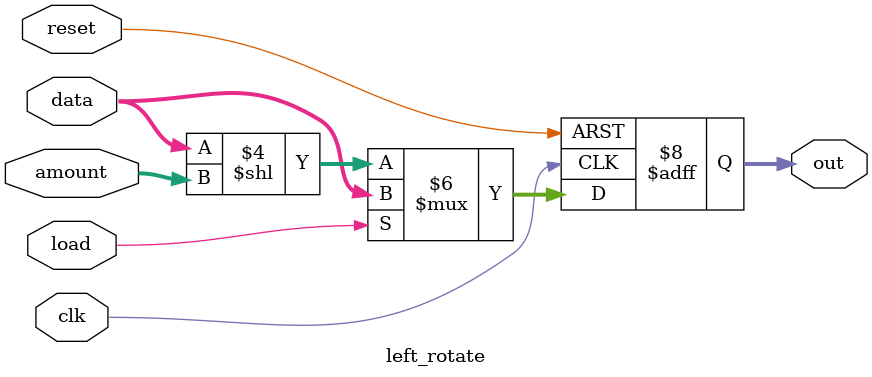
<source format=v>
module left_rotate(clk,reset,amount,data,load,out);
input clk,reset;
input [2:0] amount;
input [7:0] data;
input load;
output reg [7:0] out;
// when load is high, load data to out
// otherwise rotate the out register followed by left shift the out register by amount bits
always@(posedge clk,posedge reset)
if (reset == 1'b1)
out <= 8'b0;
else if (load == 1'b1)
out <= data;
else
begin
	out <= data << amount;
end
endmodule

</source>
